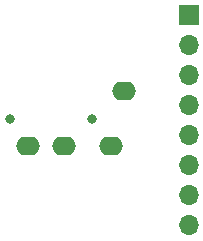
<source format=gbs>
G04 #@! TF.GenerationSoftware,KiCad,Pcbnew,5.1.2-f72e74a~84~ubuntu16.04.1*
G04 #@! TF.CreationDate,2019-07-13T03:40:42-04:00*
G04 #@! TF.ProjectId,arcade_joystick_pcb,61726361-6465-45f6-9a6f-79737469636b,rev?*
G04 #@! TF.SameCoordinates,Original*
G04 #@! TF.FileFunction,Soldermask,Bot*
G04 #@! TF.FilePolarity,Negative*
%FSLAX46Y46*%
G04 Gerber Fmt 4.6, Leading zero omitted, Abs format (unit mm)*
G04 Created by KiCad (PCBNEW 5.1.2-f72e74a~84~ubuntu16.04.1) date 2019-07-13 03:40:42*
%MOMM*%
%LPD*%
G04 APERTURE LIST*
%ADD10O,1.700000X1.700000*%
%ADD11R,1.700000X1.700000*%
%ADD12O,2.000000X1.600000*%
%ADD13C,0.800000*%
G04 APERTURE END LIST*
D10*
X143510000Y-99060000D03*
X143510000Y-96520000D03*
X143510000Y-93980000D03*
X143510000Y-91440000D03*
X143510000Y-88900000D03*
X143510000Y-86360000D03*
X143510000Y-83820000D03*
D11*
X143510000Y-81280000D03*
D12*
X138040001Y-87735000D03*
X136940001Y-92335000D03*
X129940001Y-92335000D03*
D13*
X135340001Y-90035000D03*
X128340001Y-90035000D03*
D12*
X132940001Y-92335000D03*
M02*

</source>
